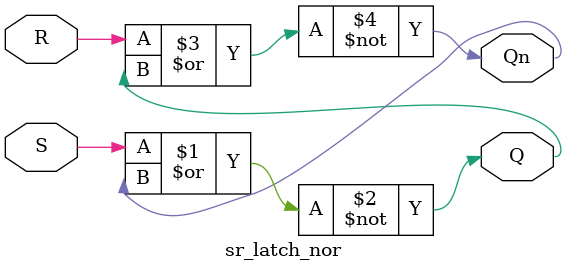
<source format=v>
`timescale 1ns / 1ps


module sr_latch_nor(
    input S,
    input R,
    output Q,
    output Qn
    );
    
assign #1 Q = ~(S | Qn);
assign #1 Qn = ~(R | Q);

endmodule

</source>
